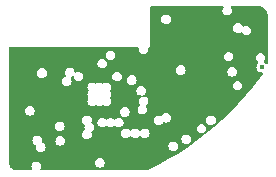
<source format=gbr>
%TF.GenerationSoftware,KiCad,Pcbnew,7.0.1*%
%TF.CreationDate,2024-01-02T21:49:50+00:00*%
%TF.ProjectId,rfid_module,72666964-5f6d-46f6-9475-6c652e6b6963,rev?*%
%TF.SameCoordinates,Original*%
%TF.FileFunction,Copper,L5,Inr*%
%TF.FilePolarity,Positive*%
%FSLAX46Y46*%
G04 Gerber Fmt 4.6, Leading zero omitted, Abs format (unit mm)*
G04 Created by KiCad (PCBNEW 7.0.1) date 2024-01-02 21:49:50*
%MOMM*%
%LPD*%
G01*
G04 APERTURE LIST*
%TA.AperFunction,ViaPad*%
%ADD10C,0.400000*%
%TD*%
G04 APERTURE END LIST*
D10*
%TO.N,+3V3*%
X114291000Y-61703000D03*
%TO.N,IOREF*%
X115700000Y-60200000D03*
%TO.N,+3V3*%
X104800000Y-64000000D03*
X106000000Y-61200000D03*
X107500000Y-65200000D03*
X115800000Y-58400000D03*
X113680000Y-62380000D03*
%TD*%
%TA.AperFunction,Conductor*%
%TO.N,+3V3*%
G36*
X112439912Y-55062971D02*
G01*
X112467167Y-55096181D01*
X112471378Y-55138937D01*
X112451127Y-55176823D01*
X112448674Y-55179277D01*
X112448673Y-55179278D01*
X112390502Y-55293444D01*
X112390501Y-55293445D01*
X112390502Y-55293445D01*
X112370458Y-55420000D01*
X112390502Y-55546555D01*
X112448674Y-55660723D01*
X112539277Y-55751326D01*
X112653445Y-55809498D01*
X112780000Y-55829542D01*
X112906555Y-55809498D01*
X113020723Y-55751326D01*
X113111326Y-55660723D01*
X113169498Y-55546555D01*
X113189542Y-55420000D01*
X113169498Y-55293445D01*
X113111326Y-55179277D01*
X113108872Y-55176823D01*
X113088622Y-55138937D01*
X113092833Y-55096181D01*
X113120088Y-55062971D01*
X113161200Y-55050500D01*
X115452503Y-55050500D01*
X115496459Y-55050500D01*
X115503711Y-55050855D01*
X115629314Y-55063226D01*
X115643532Y-55066054D01*
X115760813Y-55101630D01*
X115774215Y-55107182D01*
X115882290Y-55164949D01*
X115894352Y-55173008D01*
X115989085Y-55250754D01*
X115999343Y-55261012D01*
X116077088Y-55355744D01*
X116085147Y-55367805D01*
X116142916Y-55475882D01*
X116148468Y-55489285D01*
X116184043Y-55606560D01*
X116186873Y-55620787D01*
X116199144Y-55745370D01*
X116199500Y-55752624D01*
X116199500Y-59890119D01*
X116186285Y-59932323D01*
X116151360Y-59959453D01*
X116107199Y-59961820D01*
X116069574Y-59938579D01*
X115998049Y-59856033D01*
X115903604Y-59795337D01*
X115875589Y-59762216D01*
X115870951Y-59719081D01*
X115891286Y-59680762D01*
X115931326Y-59640723D01*
X115989498Y-59526555D01*
X116009542Y-59400000D01*
X115989498Y-59273445D01*
X115931326Y-59159277D01*
X115840723Y-59068674D01*
X115726555Y-59010502D01*
X115600000Y-58990458D01*
X115473444Y-59010502D01*
X115359278Y-59068673D01*
X115268673Y-59159278D01*
X115210502Y-59273444D01*
X115210501Y-59273445D01*
X115210502Y-59273445D01*
X115190458Y-59400000D01*
X115210502Y-59526555D01*
X115268674Y-59640723D01*
X115359277Y-59731326D01*
X115379592Y-59741677D01*
X115411110Y-59772453D01*
X115419551Y-59815694D01*
X115401920Y-59856068D01*
X115317118Y-59953935D01*
X115263302Y-60071774D01*
X115244867Y-60200000D01*
X115263302Y-60328225D01*
X115317117Y-60446062D01*
X115317118Y-60446063D01*
X115401951Y-60543967D01*
X115510931Y-60614004D01*
X115635228Y-60650500D01*
X115635230Y-60650500D01*
X115717490Y-60650500D01*
X115755922Y-60661262D01*
X115783175Y-60690419D01*
X115791322Y-60729488D01*
X115777993Y-60767107D01*
X115532763Y-61115342D01*
X115531078Y-61117640D01*
X114955643Y-61871366D01*
X114953871Y-61873597D01*
X114349827Y-62604630D01*
X114347969Y-62606791D01*
X113716283Y-63313964D01*
X113714345Y-63316053D01*
X113055840Y-63998444D01*
X113053822Y-64000456D01*
X112369560Y-64656964D01*
X112367466Y-64658897D01*
X111658416Y-65288588D01*
X111656249Y-65290438D01*
X110923517Y-65892335D01*
X110921281Y-65894101D01*
X110165898Y-66467357D01*
X110163595Y-66469036D01*
X109386712Y-67012776D01*
X109384347Y-67014365D01*
X108587075Y-67527811D01*
X108584650Y-67529307D01*
X107768230Y-68011662D01*
X107765749Y-68013064D01*
X106931368Y-68463623D01*
X106928835Y-68464929D01*
X106079603Y-68882108D01*
X106073354Y-68884828D01*
X105986270Y-68918054D01*
X105975946Y-68921152D01*
X105887031Y-68940914D01*
X105876369Y-68942480D01*
X105788929Y-68948869D01*
X105782996Y-68949303D01*
X105777605Y-68949500D01*
X96996658Y-68949500D01*
X96950088Y-68933009D01*
X96924275Y-68890885D01*
X96930724Y-68841905D01*
X96951301Y-68801518D01*
X96989498Y-68726555D01*
X97009542Y-68600000D01*
X96989498Y-68473445D01*
X96931326Y-68359277D01*
X96872049Y-68300000D01*
X101590458Y-68300000D01*
X101610502Y-68426555D01*
X101668674Y-68540723D01*
X101759277Y-68631326D01*
X101873445Y-68689498D01*
X102000000Y-68709542D01*
X102126555Y-68689498D01*
X102240723Y-68631326D01*
X102331326Y-68540723D01*
X102389498Y-68426555D01*
X102409542Y-68300000D01*
X102389498Y-68173445D01*
X102331326Y-68059277D01*
X102240723Y-67968674D01*
X102126555Y-67910502D01*
X102000000Y-67890458D01*
X101873444Y-67910502D01*
X101759278Y-67968673D01*
X101668673Y-68059278D01*
X101610502Y-68173444D01*
X101604633Y-68210502D01*
X101590458Y-68300000D01*
X96872049Y-68300000D01*
X96840723Y-68268674D01*
X96726555Y-68210502D01*
X96600000Y-68190458D01*
X96473444Y-68210502D01*
X96359278Y-68268673D01*
X96268673Y-68359278D01*
X96210502Y-68473444D01*
X96190458Y-68600000D01*
X96210502Y-68726556D01*
X96269276Y-68841905D01*
X96275725Y-68890885D01*
X96249912Y-68933009D01*
X96203342Y-68949500D01*
X95059685Y-68949500D01*
X95059648Y-68949494D01*
X95047662Y-68949495D01*
X95043125Y-68949495D01*
X95003699Y-68949499D01*
X94996445Y-68949143D01*
X94870859Y-68936785D01*
X94856629Y-68933956D01*
X94847957Y-68931326D01*
X94843164Y-68929872D01*
X94739358Y-68898389D01*
X94725954Y-68892838D01*
X94617874Y-68835074D01*
X94605810Y-68827013D01*
X94511075Y-68749266D01*
X94500827Y-68739017D01*
X94423082Y-68644282D01*
X94415030Y-68632232D01*
X94357257Y-68524137D01*
X94351710Y-68510742D01*
X94316143Y-68393466D01*
X94313314Y-68379237D01*
X94300952Y-68253607D01*
X94300596Y-68246352D01*
X94300601Y-68202435D01*
X94300599Y-68202431D01*
X94300601Y-68191053D01*
X94300500Y-68190410D01*
X94300500Y-66400000D01*
X96290458Y-66400000D01*
X96310502Y-66526555D01*
X96368674Y-66640723D01*
X96459277Y-66731326D01*
X96514133Y-66759277D01*
X96572133Y-66788830D01*
X96604471Y-66821169D01*
X96611626Y-66866339D01*
X96590458Y-66999999D01*
X96590458Y-67000000D01*
X96610502Y-67126555D01*
X96668674Y-67240723D01*
X96759277Y-67331326D01*
X96873445Y-67389498D01*
X97000000Y-67409542D01*
X97126555Y-67389498D01*
X97240723Y-67331326D01*
X97331326Y-67240723D01*
X97389498Y-67126555D01*
X97409542Y-67000000D01*
X97393704Y-66900000D01*
X107790458Y-66900000D01*
X107810502Y-67026555D01*
X107868674Y-67140723D01*
X107959277Y-67231326D01*
X108073445Y-67289498D01*
X108200000Y-67309542D01*
X108326555Y-67289498D01*
X108440723Y-67231326D01*
X108531326Y-67140723D01*
X108589498Y-67026555D01*
X108609542Y-66900000D01*
X108589498Y-66773445D01*
X108531326Y-66659277D01*
X108440723Y-66568674D01*
X108326555Y-66510502D01*
X108200000Y-66490458D01*
X108073444Y-66510502D01*
X107959278Y-66568673D01*
X107868673Y-66659278D01*
X107810502Y-66773444D01*
X107800040Y-66839498D01*
X107790458Y-66900000D01*
X97393704Y-66900000D01*
X97389498Y-66873445D01*
X97331326Y-66759277D01*
X97240723Y-66668674D01*
X97127863Y-66611168D01*
X97095526Y-66578831D01*
X97088372Y-66533660D01*
X97089496Y-66526557D01*
X97089498Y-66526555D01*
X97101623Y-66450000D01*
X98240458Y-66450000D01*
X98260502Y-66576555D01*
X98318674Y-66690723D01*
X98409277Y-66781326D01*
X98523445Y-66839498D01*
X98650000Y-66859542D01*
X98776555Y-66839498D01*
X98890723Y-66781326D01*
X98981326Y-66690723D01*
X99039498Y-66576555D01*
X99059542Y-66450000D01*
X99039498Y-66323445D01*
X98981326Y-66209277D01*
X98890723Y-66118674D01*
X98776555Y-66060502D01*
X98650000Y-66040458D01*
X98523444Y-66060502D01*
X98409278Y-66118673D01*
X98318673Y-66209278D01*
X98260502Y-66323444D01*
X98248377Y-66399999D01*
X98240458Y-66450000D01*
X97101623Y-66450000D01*
X97109542Y-66400000D01*
X97089498Y-66273445D01*
X97031326Y-66159277D01*
X96940723Y-66068674D01*
X96826555Y-66010502D01*
X96700000Y-65990458D01*
X96573444Y-66010502D01*
X96459278Y-66068673D01*
X96368673Y-66159278D01*
X96310502Y-66273444D01*
X96307959Y-66289497D01*
X96290458Y-66400000D01*
X94300500Y-66400000D01*
X94300500Y-65900000D01*
X100490458Y-65900000D01*
X100510502Y-66026555D01*
X100568674Y-66140723D01*
X100659277Y-66231326D01*
X100773445Y-66289498D01*
X100900000Y-66309542D01*
X100960247Y-66300000D01*
X108890458Y-66300000D01*
X108910502Y-66426555D01*
X108968674Y-66540723D01*
X109059277Y-66631326D01*
X109173445Y-66689498D01*
X109300000Y-66709542D01*
X109426555Y-66689498D01*
X109540723Y-66631326D01*
X109631326Y-66540723D01*
X109689498Y-66426555D01*
X109709542Y-66300000D01*
X109689498Y-66173445D01*
X109631326Y-66059277D01*
X109540723Y-65968674D01*
X109426555Y-65910502D01*
X109300000Y-65890458D01*
X109173444Y-65910502D01*
X109059278Y-65968673D01*
X108968673Y-66059278D01*
X108910502Y-66173444D01*
X108907959Y-66189497D01*
X108890458Y-66300000D01*
X100960247Y-66300000D01*
X101026555Y-66289498D01*
X101140723Y-66231326D01*
X101231326Y-66140723D01*
X101289498Y-66026555D01*
X101309542Y-65900000D01*
X101293704Y-65800000D01*
X103790458Y-65800000D01*
X103810502Y-65926555D01*
X103868674Y-66040723D01*
X103959277Y-66131326D01*
X104073445Y-66189498D01*
X104200000Y-66209542D01*
X104326555Y-66189498D01*
X104440723Y-66131326D01*
X104531326Y-66040723D01*
X104534067Y-66035341D01*
X104561335Y-66005845D01*
X104600000Y-65994940D01*
X104638665Y-66005845D01*
X104665932Y-66035341D01*
X104668674Y-66040723D01*
X104759277Y-66131326D01*
X104873445Y-66189498D01*
X105000000Y-66209542D01*
X105126555Y-66189498D01*
X105240723Y-66131326D01*
X105331326Y-66040723D01*
X105334067Y-66035341D01*
X105361335Y-66005845D01*
X105400000Y-65994940D01*
X105438665Y-66005845D01*
X105465932Y-66035341D01*
X105468674Y-66040723D01*
X105559277Y-66131326D01*
X105673445Y-66189498D01*
X105800000Y-66209542D01*
X105926555Y-66189498D01*
X106040723Y-66131326D01*
X106131326Y-66040723D01*
X106189498Y-65926555D01*
X106209542Y-65800000D01*
X106189498Y-65673445D01*
X106131326Y-65559277D01*
X106040723Y-65468674D01*
X105926555Y-65410502D01*
X105860247Y-65400000D01*
X110190458Y-65400000D01*
X110210502Y-65526555D01*
X110268674Y-65640723D01*
X110359277Y-65731326D01*
X110473445Y-65789498D01*
X110600000Y-65809542D01*
X110726555Y-65789498D01*
X110840723Y-65731326D01*
X110931326Y-65640723D01*
X110989498Y-65526555D01*
X111009542Y-65400000D01*
X110989498Y-65273445D01*
X110931326Y-65159277D01*
X110840723Y-65068674D01*
X110726555Y-65010502D01*
X110600000Y-64990458D01*
X110473444Y-65010502D01*
X110359278Y-65068673D01*
X110268673Y-65159278D01*
X110210502Y-65273444D01*
X110206296Y-65299999D01*
X110190458Y-65400000D01*
X105860247Y-65400000D01*
X105800000Y-65390458D01*
X105673444Y-65410502D01*
X105559278Y-65468673D01*
X105468673Y-65559278D01*
X105465934Y-65564655D01*
X105438664Y-65594155D01*
X105400000Y-65605059D01*
X105361336Y-65594155D01*
X105334066Y-65564655D01*
X105331326Y-65559277D01*
X105240723Y-65468674D01*
X105126555Y-65410502D01*
X105000000Y-65390458D01*
X104873444Y-65410502D01*
X104759278Y-65468673D01*
X104668673Y-65559278D01*
X104665934Y-65564655D01*
X104638664Y-65594155D01*
X104600000Y-65605059D01*
X104561336Y-65594155D01*
X104534066Y-65564655D01*
X104531326Y-65559277D01*
X104440723Y-65468674D01*
X104326555Y-65410502D01*
X104200000Y-65390458D01*
X104073444Y-65410502D01*
X103959278Y-65468673D01*
X103868673Y-65559278D01*
X103810502Y-65673444D01*
X103810501Y-65673445D01*
X103810502Y-65673445D01*
X103790458Y-65800000D01*
X101293704Y-65800000D01*
X101289498Y-65773445D01*
X101276161Y-65747270D01*
X101268197Y-65709806D01*
X101280035Y-65673374D01*
X101308500Y-65647743D01*
X101340723Y-65631326D01*
X101431326Y-65540723D01*
X101489498Y-65426555D01*
X101509542Y-65300000D01*
X101489498Y-65173445D01*
X101431326Y-65059277D01*
X101340723Y-64968674D01*
X101340722Y-64968673D01*
X101308500Y-64952255D01*
X101280034Y-64926623D01*
X101271384Y-64900000D01*
X101790458Y-64900000D01*
X101810502Y-65026555D01*
X101868674Y-65140723D01*
X101959277Y-65231326D01*
X102073445Y-65289498D01*
X102200000Y-65309542D01*
X102326555Y-65289498D01*
X102440723Y-65231326D01*
X102497676Y-65174372D01*
X102530847Y-65155221D01*
X102569153Y-65155221D01*
X102602323Y-65174372D01*
X102659277Y-65231326D01*
X102773445Y-65289498D01*
X102900000Y-65309542D01*
X103026555Y-65289498D01*
X103140723Y-65231326D01*
X103197676Y-65174372D01*
X103230847Y-65155221D01*
X103269153Y-65155221D01*
X103302323Y-65174372D01*
X103359277Y-65231326D01*
X103473445Y-65289498D01*
X103600000Y-65309542D01*
X103726555Y-65289498D01*
X103840723Y-65231326D01*
X103931326Y-65140723D01*
X103989498Y-65026555D01*
X104009542Y-64900000D01*
X103989498Y-64773445D01*
X103952076Y-64700000D01*
X106590458Y-64700000D01*
X106610502Y-64826555D01*
X106668674Y-64940723D01*
X106759277Y-65031326D01*
X106873445Y-65089498D01*
X107000000Y-65109542D01*
X107126555Y-65089498D01*
X107240723Y-65031326D01*
X107331326Y-64940723D01*
X107347743Y-64908500D01*
X107373374Y-64880035D01*
X107409806Y-64868197D01*
X107447270Y-64876161D01*
X107473445Y-64889498D01*
X107600000Y-64909542D01*
X107726555Y-64889498D01*
X107840723Y-64831326D01*
X107931326Y-64740723D01*
X107952076Y-64700000D01*
X110990458Y-64700000D01*
X111010502Y-64826555D01*
X111068674Y-64940723D01*
X111159277Y-65031326D01*
X111273445Y-65089498D01*
X111400000Y-65109542D01*
X111526555Y-65089498D01*
X111640723Y-65031326D01*
X111731326Y-64940723D01*
X111789498Y-64826555D01*
X111809542Y-64700000D01*
X111789498Y-64573445D01*
X111731326Y-64459277D01*
X111640723Y-64368674D01*
X111526555Y-64310502D01*
X111400000Y-64290458D01*
X111273444Y-64310502D01*
X111159278Y-64368673D01*
X111068673Y-64459278D01*
X111010502Y-64573444D01*
X110996907Y-64659278D01*
X110990458Y-64700000D01*
X107952076Y-64700000D01*
X107989498Y-64626555D01*
X108009542Y-64500000D01*
X107989498Y-64373445D01*
X107931326Y-64259277D01*
X107840723Y-64168674D01*
X107726555Y-64110502D01*
X107600000Y-64090458D01*
X107473444Y-64110502D01*
X107359277Y-64168674D01*
X107268674Y-64259276D01*
X107252255Y-64291500D01*
X107226623Y-64319965D01*
X107190193Y-64331802D01*
X107152727Y-64323837D01*
X107126555Y-64310502D01*
X107000000Y-64290458D01*
X106873444Y-64310502D01*
X106759278Y-64368673D01*
X106668673Y-64459278D01*
X106610502Y-64573444D01*
X106596907Y-64659278D01*
X106590458Y-64700000D01*
X103952076Y-64700000D01*
X103931326Y-64659277D01*
X103840723Y-64568674D01*
X103726555Y-64510502D01*
X103600000Y-64490458D01*
X103473444Y-64510502D01*
X103359277Y-64568674D01*
X103302326Y-64625625D01*
X103269152Y-64644778D01*
X103230848Y-64644778D01*
X103197674Y-64625625D01*
X103197673Y-64625624D01*
X103140723Y-64568674D01*
X103026555Y-64510502D01*
X102900000Y-64490458D01*
X102773444Y-64510502D01*
X102659277Y-64568674D01*
X102602326Y-64625625D01*
X102569152Y-64644778D01*
X102530848Y-64644778D01*
X102497674Y-64625625D01*
X102497673Y-64625624D01*
X102440723Y-64568674D01*
X102326555Y-64510502D01*
X102200000Y-64490458D01*
X102073444Y-64510502D01*
X101959278Y-64568673D01*
X101868673Y-64659278D01*
X101810502Y-64773444D01*
X101794233Y-64876162D01*
X101790458Y-64900000D01*
X101271384Y-64900000D01*
X101268197Y-64890192D01*
X101276161Y-64852727D01*
X101289498Y-64826555D01*
X101309542Y-64700000D01*
X101289498Y-64573445D01*
X101231326Y-64459277D01*
X101140723Y-64368674D01*
X101026555Y-64310502D01*
X100900000Y-64290458D01*
X100773444Y-64310502D01*
X100659278Y-64368673D01*
X100568673Y-64459278D01*
X100510502Y-64573444D01*
X100496907Y-64659278D01*
X100490458Y-64700000D01*
X100510502Y-64826555D01*
X100568674Y-64940723D01*
X100659277Y-65031326D01*
X100659279Y-65031327D01*
X100691497Y-65047743D01*
X100719963Y-65073373D01*
X100731801Y-65109803D01*
X100723837Y-65147271D01*
X100710501Y-65173443D01*
X100691972Y-65290438D01*
X100690458Y-65300000D01*
X100710502Y-65426555D01*
X100723837Y-65452727D01*
X100731802Y-65490193D01*
X100719965Y-65526623D01*
X100691500Y-65552255D01*
X100659276Y-65568674D01*
X100568674Y-65659277D01*
X100510502Y-65773444D01*
X100510501Y-65773445D01*
X100510502Y-65773445D01*
X100490458Y-65900000D01*
X94300500Y-65900000D01*
X94300500Y-65200000D01*
X98190458Y-65200000D01*
X98210502Y-65326555D01*
X98268674Y-65440723D01*
X98359277Y-65531326D01*
X98473445Y-65589498D01*
X98600000Y-65609542D01*
X98726555Y-65589498D01*
X98840723Y-65531326D01*
X98931326Y-65440723D01*
X98989498Y-65326555D01*
X99009542Y-65200000D01*
X98989498Y-65073445D01*
X98931326Y-64959277D01*
X98840723Y-64868674D01*
X98726555Y-64810502D01*
X98600000Y-64790458D01*
X98473444Y-64810502D01*
X98359278Y-64868673D01*
X98268673Y-64959278D01*
X98210502Y-65073444D01*
X98199847Y-65140721D01*
X98190458Y-65200000D01*
X94300500Y-65200000D01*
X94300500Y-63900000D01*
X95650458Y-63900000D01*
X95670502Y-64026555D01*
X95728674Y-64140723D01*
X95819277Y-64231326D01*
X95933445Y-64289498D01*
X96060000Y-64309542D01*
X96186555Y-64289498D01*
X96300723Y-64231326D01*
X96391326Y-64140723D01*
X96449498Y-64026555D01*
X96453704Y-64000000D01*
X103690458Y-64000000D01*
X103710502Y-64126555D01*
X103768674Y-64240723D01*
X103859277Y-64331326D01*
X103973445Y-64389498D01*
X104100000Y-64409542D01*
X104226555Y-64389498D01*
X104340723Y-64331326D01*
X104431326Y-64240723D01*
X104489498Y-64126555D01*
X104509542Y-64000000D01*
X104489498Y-63873445D01*
X104431326Y-63759277D01*
X104340723Y-63668674D01*
X104226555Y-63610502D01*
X104100000Y-63590458D01*
X103973444Y-63610502D01*
X103859278Y-63668673D01*
X103768673Y-63759278D01*
X103710502Y-63873444D01*
X103710501Y-63873445D01*
X103710502Y-63873445D01*
X103690458Y-64000000D01*
X96453704Y-64000000D01*
X96469542Y-63900000D01*
X96449498Y-63773445D01*
X96391326Y-63659277D01*
X96300723Y-63568674D01*
X96186555Y-63510502D01*
X96060000Y-63490458D01*
X95933444Y-63510502D01*
X95819278Y-63568673D01*
X95728673Y-63659278D01*
X95670502Y-63773444D01*
X95670501Y-63773445D01*
X95670502Y-63773445D01*
X95650458Y-63900000D01*
X94300500Y-63900000D01*
X94300500Y-63100000D01*
X100940458Y-63100000D01*
X100960502Y-63226555D01*
X101018674Y-63340723D01*
X101109277Y-63431326D01*
X101223445Y-63489498D01*
X101350000Y-63509542D01*
X101476555Y-63489498D01*
X101590723Y-63431326D01*
X101597676Y-63424372D01*
X101630847Y-63405221D01*
X101669153Y-63405221D01*
X101702323Y-63424372D01*
X101709277Y-63431326D01*
X101823445Y-63489498D01*
X101950000Y-63509542D01*
X102076555Y-63489498D01*
X102190723Y-63431326D01*
X102197676Y-63424372D01*
X102230847Y-63405221D01*
X102269153Y-63405221D01*
X102302323Y-63424372D01*
X102309277Y-63431326D01*
X102423445Y-63489498D01*
X102550000Y-63509542D01*
X102676555Y-63489498D01*
X102790723Y-63431326D01*
X102881326Y-63340723D01*
X102939498Y-63226555D01*
X102959542Y-63100000D01*
X102939498Y-62973445D01*
X102881326Y-62859277D01*
X102874372Y-62852323D01*
X102855221Y-62819153D01*
X102855221Y-62780847D01*
X102874372Y-62747676D01*
X102881326Y-62740723D01*
X102939498Y-62626555D01*
X102959542Y-62500000D01*
X102939498Y-62373445D01*
X102881326Y-62259277D01*
X102874372Y-62252322D01*
X102855221Y-62219149D01*
X102855221Y-62200000D01*
X105090458Y-62200000D01*
X105110502Y-62326555D01*
X105168674Y-62440723D01*
X105259277Y-62531326D01*
X105373445Y-62589498D01*
X105482244Y-62606729D01*
X105522993Y-62627492D01*
X105543756Y-62668241D01*
X105536602Y-62713413D01*
X105504263Y-62745752D01*
X105459278Y-62768673D01*
X105368673Y-62859278D01*
X105310502Y-62973444D01*
X105310501Y-62973445D01*
X105310502Y-62973445D01*
X105290458Y-63100000D01*
X105310502Y-63226555D01*
X105368673Y-63340722D01*
X105368675Y-63340724D01*
X105378245Y-63350295D01*
X105399007Y-63391043D01*
X105391853Y-63436212D01*
X105359517Y-63468551D01*
X105359428Y-63468596D01*
X105359278Y-63468673D01*
X105268673Y-63559278D01*
X105210502Y-63673444D01*
X105210501Y-63673445D01*
X105210502Y-63673445D01*
X105190458Y-63800000D01*
X105210502Y-63926555D01*
X105268674Y-64040723D01*
X105359277Y-64131326D01*
X105473445Y-64189498D01*
X105600000Y-64209542D01*
X105726555Y-64189498D01*
X105840723Y-64131326D01*
X105931326Y-64040723D01*
X105989498Y-63926555D01*
X106009542Y-63800000D01*
X105989498Y-63673445D01*
X105931326Y-63559277D01*
X105921753Y-63549704D01*
X105900992Y-63508956D01*
X105908148Y-63463783D01*
X105940489Y-63431445D01*
X105940723Y-63431326D01*
X106031326Y-63340723D01*
X106089498Y-63226555D01*
X106109542Y-63100000D01*
X106089498Y-62973445D01*
X106031326Y-62859277D01*
X105940723Y-62768674D01*
X105826555Y-62710502D01*
X105781726Y-62703402D01*
X105717756Y-62693270D01*
X105677006Y-62672507D01*
X105656243Y-62631757D01*
X105663398Y-62586585D01*
X105695733Y-62554249D01*
X105740723Y-62531326D01*
X105831326Y-62440723D01*
X105889498Y-62326555D01*
X105909542Y-62200000D01*
X105889498Y-62073445D01*
X105831326Y-61959277D01*
X105740723Y-61868674D01*
X105626555Y-61810502D01*
X105500000Y-61790458D01*
X105373444Y-61810502D01*
X105259278Y-61868673D01*
X105168673Y-61959278D01*
X105110502Y-62073444D01*
X105096714Y-62160497D01*
X105090458Y-62200000D01*
X102855221Y-62200000D01*
X102855222Y-62180844D01*
X102874373Y-62147675D01*
X102881326Y-62140723D01*
X102939498Y-62026555D01*
X102959542Y-61900000D01*
X102939498Y-61773445D01*
X102938252Y-61771000D01*
X113239458Y-61771000D01*
X113259502Y-61897555D01*
X113317674Y-62011723D01*
X113408277Y-62102326D01*
X113522445Y-62160498D01*
X113649000Y-62180542D01*
X113775555Y-62160498D01*
X113889723Y-62102326D01*
X113980326Y-62011723D01*
X114038498Y-61897555D01*
X114058542Y-61771000D01*
X114038498Y-61644445D01*
X113980326Y-61530277D01*
X113889723Y-61439674D01*
X113775555Y-61381502D01*
X113649000Y-61361458D01*
X113522444Y-61381502D01*
X113408278Y-61439673D01*
X113317673Y-61530278D01*
X113259502Y-61644444D01*
X113245741Y-61731326D01*
X113239458Y-61771000D01*
X102938252Y-61771000D01*
X102881326Y-61659277D01*
X102790723Y-61568674D01*
X102676555Y-61510502D01*
X102550000Y-61490458D01*
X102423444Y-61510502D01*
X102309276Y-61568674D01*
X102302324Y-61575627D01*
X102269152Y-61594778D01*
X102230848Y-61594778D01*
X102197676Y-61575627D01*
X102190723Y-61568674D01*
X102076555Y-61510502D01*
X101950000Y-61490458D01*
X101823444Y-61510502D01*
X101709276Y-61568674D01*
X101702324Y-61575627D01*
X101669152Y-61594778D01*
X101630848Y-61594778D01*
X101597676Y-61575627D01*
X101590723Y-61568674D01*
X101476555Y-61510502D01*
X101350000Y-61490458D01*
X101223444Y-61510502D01*
X101109278Y-61568673D01*
X101018673Y-61659278D01*
X100960502Y-61773444D01*
X100960501Y-61773445D01*
X100960502Y-61773445D01*
X100940458Y-61900000D01*
X100960502Y-62026555D01*
X101018674Y-62140723D01*
X101025626Y-62147675D01*
X101044777Y-62180845D01*
X101044778Y-62219148D01*
X101025628Y-62252321D01*
X101018676Y-62259273D01*
X100960502Y-62373444D01*
X100960501Y-62373445D01*
X100960502Y-62373445D01*
X100940458Y-62500000D01*
X100957201Y-62605711D01*
X100960502Y-62626555D01*
X101018674Y-62740723D01*
X101025627Y-62747676D01*
X101044778Y-62780848D01*
X101044778Y-62819152D01*
X101025627Y-62852324D01*
X101018674Y-62859276D01*
X100960502Y-62973444D01*
X100960501Y-62973445D01*
X100960502Y-62973445D01*
X100940458Y-63100000D01*
X94300500Y-63100000D01*
X94300500Y-61400000D01*
X98790458Y-61400000D01*
X98810502Y-61526555D01*
X98868674Y-61640723D01*
X98959277Y-61731326D01*
X99073445Y-61789498D01*
X99200000Y-61809542D01*
X99326555Y-61789498D01*
X99440723Y-61731326D01*
X99531326Y-61640723D01*
X99589498Y-61526555D01*
X99609542Y-61400000D01*
X99589498Y-61273445D01*
X99531326Y-61159277D01*
X99531325Y-61159276D01*
X99526005Y-61148835D01*
X99527469Y-61148088D01*
X99517172Y-61129702D01*
X99518750Y-61089559D01*
X99541071Y-61056156D01*
X99570338Y-61042665D01*
X99576552Y-61039498D01*
X99576555Y-61039498D01*
X99689524Y-60981936D01*
X99734694Y-60974782D01*
X99775444Y-60995545D01*
X99796206Y-61036293D01*
X99810502Y-61126555D01*
X99868674Y-61240723D01*
X99959277Y-61331326D01*
X100073445Y-61389498D01*
X100200000Y-61409542D01*
X100326555Y-61389498D01*
X100440723Y-61331326D01*
X100531326Y-61240723D01*
X100589498Y-61126555D01*
X100609542Y-61000000D01*
X103040458Y-61000000D01*
X103060502Y-61126555D01*
X103118674Y-61240723D01*
X103209277Y-61331326D01*
X103323445Y-61389498D01*
X103450000Y-61409542D01*
X103576555Y-61389498D01*
X103690723Y-61331326D01*
X103722049Y-61300000D01*
X104290458Y-61300000D01*
X104310502Y-61426555D01*
X104368674Y-61540723D01*
X104459277Y-61631326D01*
X104573445Y-61689498D01*
X104700000Y-61709542D01*
X104826555Y-61689498D01*
X104940723Y-61631326D01*
X105031326Y-61540723D01*
X105089498Y-61426555D01*
X105109542Y-61300000D01*
X105089498Y-61173445D01*
X105031326Y-61059277D01*
X104940723Y-60968674D01*
X104826555Y-60910502D01*
X104700000Y-60890458D01*
X104573444Y-60910502D01*
X104459278Y-60968673D01*
X104368673Y-61059278D01*
X104310502Y-61173444D01*
X104310501Y-61173445D01*
X104310502Y-61173445D01*
X104290458Y-61300000D01*
X103722049Y-61300000D01*
X103781326Y-61240723D01*
X103839498Y-61126555D01*
X103859542Y-61000000D01*
X103839498Y-60873445D01*
X103781326Y-60759277D01*
X103690723Y-60668674D01*
X103576555Y-60610502D01*
X103450000Y-60590458D01*
X103323444Y-60610502D01*
X103209278Y-60668673D01*
X103118673Y-60759278D01*
X103060502Y-60873444D01*
X103054633Y-60910502D01*
X103040458Y-61000000D01*
X100609542Y-61000000D01*
X100589498Y-60873445D01*
X100531326Y-60759277D01*
X100440723Y-60668674D01*
X100326555Y-60610502D01*
X100200000Y-60590458D01*
X100073445Y-60610502D01*
X99994945Y-60650500D01*
X99960476Y-60668063D01*
X99915304Y-60675217D01*
X99874555Y-60654453D01*
X99853793Y-60613706D01*
X99839498Y-60523445D01*
X99802076Y-60450000D01*
X108440458Y-60450000D01*
X108460502Y-60576555D01*
X108518674Y-60690723D01*
X108609277Y-60781326D01*
X108723445Y-60839498D01*
X108850000Y-60859542D01*
X108976555Y-60839498D01*
X109090723Y-60781326D01*
X109181326Y-60690723D01*
X109227552Y-60600000D01*
X112790458Y-60600000D01*
X112810502Y-60726555D01*
X112868674Y-60840723D01*
X112959277Y-60931326D01*
X113073445Y-60989498D01*
X113200000Y-61009542D01*
X113326555Y-60989498D01*
X113440723Y-60931326D01*
X113531326Y-60840723D01*
X113589498Y-60726555D01*
X113609542Y-60600000D01*
X113589498Y-60473445D01*
X113531326Y-60359277D01*
X113440723Y-60268674D01*
X113326555Y-60210502D01*
X113200000Y-60190458D01*
X113073444Y-60210502D01*
X112959278Y-60268673D01*
X112868673Y-60359278D01*
X112810502Y-60473444D01*
X112799332Y-60543967D01*
X112790458Y-60600000D01*
X109227552Y-60600000D01*
X109239498Y-60576555D01*
X109259542Y-60450000D01*
X109239498Y-60323445D01*
X109181326Y-60209277D01*
X109090723Y-60118674D01*
X108976555Y-60060502D01*
X108850000Y-60040458D01*
X108723444Y-60060502D01*
X108609278Y-60118673D01*
X108518673Y-60209278D01*
X108460502Y-60323444D01*
X108460501Y-60323445D01*
X108460502Y-60323445D01*
X108440458Y-60450000D01*
X99802076Y-60450000D01*
X99781326Y-60409277D01*
X99690723Y-60318674D01*
X99576555Y-60260502D01*
X99450000Y-60240458D01*
X99323444Y-60260502D01*
X99209278Y-60318673D01*
X99118673Y-60409278D01*
X99060502Y-60523444D01*
X99060501Y-60523445D01*
X99060502Y-60523445D01*
X99040458Y-60650000D01*
X99060502Y-60776555D01*
X99109870Y-60873445D01*
X99123995Y-60901165D01*
X99122530Y-60901911D01*
X99132826Y-60920295D01*
X99131250Y-60960436D01*
X99108933Y-60993839D01*
X99079670Y-61007330D01*
X98959278Y-61068673D01*
X98868673Y-61159278D01*
X98810502Y-61273444D01*
X98810501Y-61273445D01*
X98810502Y-61273445D01*
X98790458Y-61400000D01*
X94300500Y-61400000D01*
X94300500Y-60710000D01*
X96680458Y-60710000D01*
X96700502Y-60836555D01*
X96758674Y-60950723D01*
X96849277Y-61041326D01*
X96963445Y-61099498D01*
X97090000Y-61119542D01*
X97216555Y-61099498D01*
X97330723Y-61041326D01*
X97421326Y-60950723D01*
X97479498Y-60836555D01*
X97499542Y-60710000D01*
X97479498Y-60583445D01*
X97421326Y-60469277D01*
X97330723Y-60378674D01*
X97216555Y-60320502D01*
X97090000Y-60300458D01*
X96963444Y-60320502D01*
X96849278Y-60378673D01*
X96758673Y-60469278D01*
X96700502Y-60583444D01*
X96689255Y-60654453D01*
X96680458Y-60710000D01*
X94300500Y-60710000D01*
X94300500Y-59900000D01*
X101790458Y-59900000D01*
X101810502Y-60026555D01*
X101868674Y-60140723D01*
X101959277Y-60231326D01*
X102073445Y-60289498D01*
X102200000Y-60309542D01*
X102326555Y-60289498D01*
X102440723Y-60231326D01*
X102531326Y-60140723D01*
X102589498Y-60026555D01*
X102609542Y-59900000D01*
X102589498Y-59773445D01*
X102531326Y-59659277D01*
X102440723Y-59568674D01*
X102326555Y-59510502D01*
X102200000Y-59490458D01*
X102073444Y-59510502D01*
X101959278Y-59568673D01*
X101868673Y-59659278D01*
X101810502Y-59773444D01*
X101790520Y-59899605D01*
X101790458Y-59900000D01*
X94300500Y-59900000D01*
X94300500Y-59190000D01*
X102490458Y-59190000D01*
X102510502Y-59316555D01*
X102568674Y-59430723D01*
X102659277Y-59521326D01*
X102773445Y-59579498D01*
X102900000Y-59599542D01*
X103026555Y-59579498D01*
X103140723Y-59521326D01*
X103231326Y-59430723D01*
X103289498Y-59316555D01*
X103292120Y-59300000D01*
X112490458Y-59300000D01*
X112510502Y-59426555D01*
X112568674Y-59540723D01*
X112659277Y-59631326D01*
X112773445Y-59689498D01*
X112900000Y-59709542D01*
X113026555Y-59689498D01*
X113140723Y-59631326D01*
X113231326Y-59540723D01*
X113289498Y-59426555D01*
X113309542Y-59300000D01*
X113289498Y-59173445D01*
X113231326Y-59059277D01*
X113140723Y-58968674D01*
X113026555Y-58910502D01*
X112900000Y-58890458D01*
X112773444Y-58910502D01*
X112659278Y-58968673D01*
X112568673Y-59059278D01*
X112510502Y-59173444D01*
X112510501Y-59173445D01*
X112510502Y-59173445D01*
X112490458Y-59300000D01*
X103292120Y-59300000D01*
X103309542Y-59190000D01*
X103289498Y-59063445D01*
X103231326Y-58949277D01*
X103140723Y-58858674D01*
X103026555Y-58800502D01*
X102900000Y-58780458D01*
X102773444Y-58800502D01*
X102659278Y-58858673D01*
X102568673Y-58949278D01*
X102510502Y-59063444D01*
X102507959Y-59079497D01*
X102490458Y-59190000D01*
X94300500Y-59190000D01*
X94300500Y-58574000D01*
X94310414Y-58537000D01*
X94337500Y-58509914D01*
X94374500Y-58500000D01*
X105223908Y-58500000D01*
X105264211Y-58511938D01*
X105291510Y-58543901D01*
X105296996Y-58585575D01*
X105280458Y-58690000D01*
X105300502Y-58816555D01*
X105358674Y-58930723D01*
X105449277Y-59021326D01*
X105563445Y-59079498D01*
X105690000Y-59099542D01*
X105816555Y-59079498D01*
X105930723Y-59021326D01*
X106021326Y-58930723D01*
X106079498Y-58816555D01*
X106099542Y-58690000D01*
X106083003Y-58585575D01*
X106088490Y-58543901D01*
X106115789Y-58511938D01*
X106156092Y-58500000D01*
X106250000Y-58500000D01*
X106250000Y-56900000D01*
X113290458Y-56900000D01*
X113310502Y-57026555D01*
X113368674Y-57140723D01*
X113459277Y-57231326D01*
X113573445Y-57289498D01*
X113700000Y-57309542D01*
X113826555Y-57289498D01*
X113932118Y-57235710D01*
X113969583Y-57227746D01*
X114006014Y-57239583D01*
X114031644Y-57268049D01*
X114068674Y-57340723D01*
X114159277Y-57431326D01*
X114273445Y-57489498D01*
X114400000Y-57509542D01*
X114526555Y-57489498D01*
X114640723Y-57431326D01*
X114731326Y-57340723D01*
X114789498Y-57226555D01*
X114809542Y-57100000D01*
X114789498Y-56973445D01*
X114731326Y-56859277D01*
X114640723Y-56768674D01*
X114526555Y-56710502D01*
X114400000Y-56690458D01*
X114273445Y-56710502D01*
X114167883Y-56764288D01*
X114130415Y-56772252D01*
X114093985Y-56760415D01*
X114068354Y-56731948D01*
X114031327Y-56659279D01*
X114031326Y-56659277D01*
X113940723Y-56568674D01*
X113826555Y-56510502D01*
X113700000Y-56490458D01*
X113573444Y-56510502D01*
X113459278Y-56568673D01*
X113368673Y-56659278D01*
X113310502Y-56773444D01*
X113310501Y-56773445D01*
X113310502Y-56773445D01*
X113290458Y-56900000D01*
X106250000Y-56900000D01*
X106250000Y-56150000D01*
X107190458Y-56150000D01*
X107210502Y-56276555D01*
X107268674Y-56390723D01*
X107359277Y-56481326D01*
X107473445Y-56539498D01*
X107600000Y-56559542D01*
X107726555Y-56539498D01*
X107840723Y-56481326D01*
X107931326Y-56390723D01*
X107989498Y-56276555D01*
X108009542Y-56150000D01*
X107989498Y-56023445D01*
X107931326Y-55909277D01*
X107840723Y-55818674D01*
X107726555Y-55760502D01*
X107600000Y-55740458D01*
X107473444Y-55760502D01*
X107359278Y-55818673D01*
X107268673Y-55909278D01*
X107210502Y-56023444D01*
X107210501Y-56023445D01*
X107210502Y-56023445D01*
X107190458Y-56150000D01*
X106250000Y-56150000D01*
X106250000Y-55124500D01*
X106259914Y-55087500D01*
X106287000Y-55060414D01*
X106324000Y-55050500D01*
X112398800Y-55050500D01*
X112439912Y-55062971D01*
G37*
%TD.AperFunction*%
%TD*%
M02*

</source>
